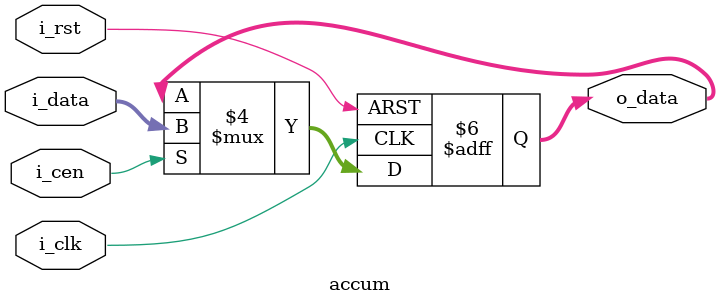
<source format=v>
module accum (
    input [7:0] i_data,
    output reg [7:0] o_data,
    input i_cen,
    input i_clk,
    input i_rst
); 

always @(posedge i_clk or negedge i_rst) begin	
    if(!i_rst) o_data <= 8'd0;
    else begin
        if(i_cen) o_data <= i_data;
        else o_data <= o_data;
    end
end

endmodule

</source>
